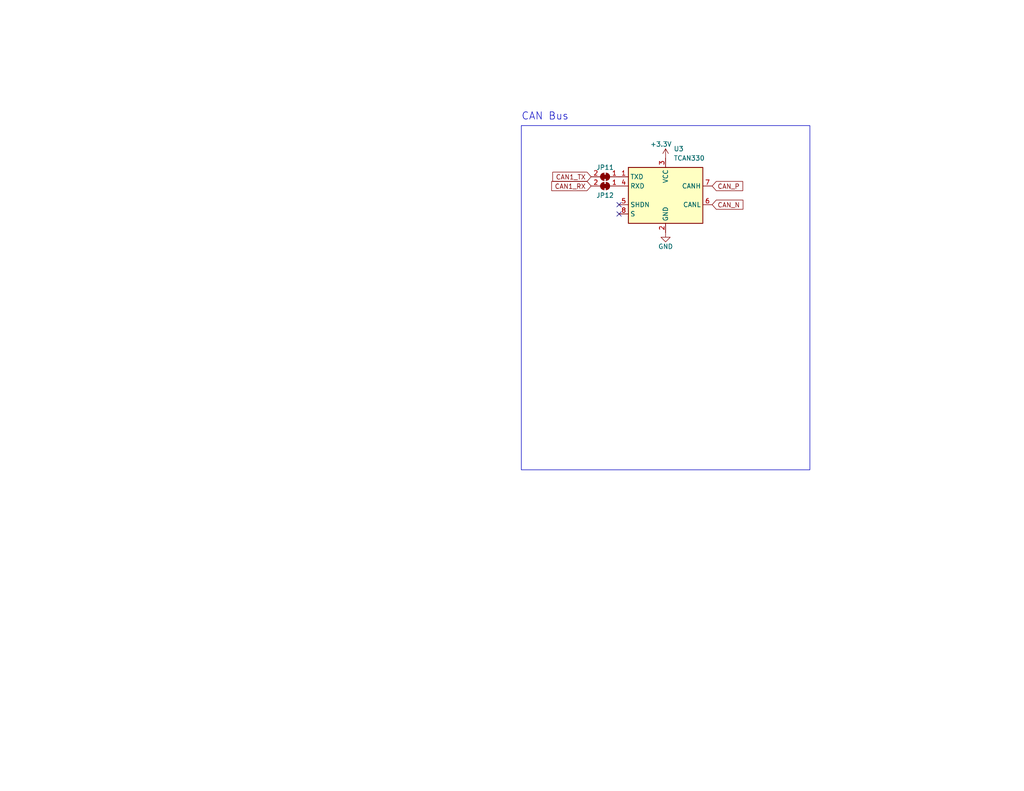
<source format=kicad_sch>
(kicad_sch (version 20230121) (generator eeschema)
  (paper "USLetter")
  (lib_symbols
    (symbol "Interface_CAN_LIN:TCAN330"
      (property "Reference" "U" (at -10.16 8.89 0))
      (property "Value" "TCAN330" (at 2.54 8.89 0))
      (symbol "TCAN330_0_1"
        (rectangle (start -10.16 7.62) (end 10.16 -7.62) (stroke (width 0.254)) (fill (type background)))
      )
      (symbol "TCAN330_1_1"
        (pin input line (at -12.7 5.08 0) (length 2.54) (name "TXD") (number "1"))
        (pin power_in line (at 0 -10.16 90) (length 2.54) (name "GND") (number "2"))
        (pin power_in line (at 0 10.16 270) (length 2.54) (name "VCC") (number "3"))
        (pin tri_state line (at -12.7 2.54 0) (length 2.54) (name "RXD") (number "4"))
        (pin input line (at -12.7 -2.54 0) (length 2.54) (name "SHDN") (number "5"))
        (pin bidirectional line (at 12.7 -2.54 180) (length 2.54) (name "CANL") (number "6"))
        (pin bidirectional line (at 12.7 2.54 180) (length 2.54) (name "CANH") (number "7"))
        (pin input line (at -12.7 -5.08 0) (length 2.54) (name "S") (number "8"))
      )
    )
    (symbol "Jumper:SolderJumper_2_Bridged" (pin_names (offset 0) hide)
      (property "Reference" "JP" (at 0 2.032 0))
      (property "Value" "SolderJumper_2_Bridged" (at 0 -2.54 0))
      (symbol "SolderJumper_2_Bridged_0_1"
        (rectangle (start -0.508 0.508) (end 0.508 -0.508) (fill (type outline)))
        (arc (start -0.254 1.016) (mid -1.2656 0) (end -0.254 -1.016))
        (arc (start -0.254 1.016) (mid -1.2656 0) (end -0.254 -1.016) (fill (type outline)))
        (polyline (pts (xy -0.254 1.016) (xy -0.254 -1.016)))
        (polyline (pts (xy 0.254 1.016) (xy 0.254 -1.016)))
        (arc (start 0.254 -1.016) (mid 1.2656 0) (end 0.254 1.016))
        (arc (start 0.254 -1.016) (mid 1.2656 0) (end 0.254 1.016) (fill (type outline)))
      )
      (symbol "SolderJumper_2_Bridged_1_1"
        (pin passive line (at -3.81 0 0) (length 2.54) (name "A") (number "1"))
        (pin passive line (at 3.81 0 180) (length 2.54) (name "B") (number "2"))
      )
    )
    (symbol "power:+3.3V" (power) (pin_names (offset 0))
      (property "Value" "+3.3V" (at 0 3.556 0))
      (symbol "+3.3V_0_1"
        (polyline (pts (xy -0.762 1.27) (xy 0 2.54)))
        (polyline (pts (xy 0 0) (xy 0 2.54)))
        (polyline (pts (xy 0 2.54) (xy 0.762 1.27)))
      )
      (symbol "+3.3V_1_1"
        (pin power_in line (at 0 0 90) (length 0) hide (name "+3.3V") (number "1"))
      )
    )
    (symbol "power:GND" (power) (pin_names (offset 0))
      (property "Value" "GND" (at 0 -3.81 0))
      (symbol "GND_0_1"
        (polyline (pts (xy 0 0) (xy 0 -1.27) (xy 1.27 -1.27) (xy 0 -2.54) (xy -1.27 -1.27) (xy 0 -1.27)))
      )
      (symbol "GND_1_1"
        (pin power_in line (at 0 0 270) (length 0) hide (name "GND") (number "1"))
      )
    )
  )
  (no_connect (at 168.91 55.88))
  (no_connect (at 168.91 58.42))
  (rectangle (start 142.24 34.29) (end 220.98 128.27))
  (text "CAN Bus" (at 142.24 33.02 0) (effects (font (size 2 2)) (justify left bottom)))
  (global_label "CAN_P" (shape input) (at 194.31 50.8 0) (property "Intersheetrefs" "${INTERSHEET_REFS}" (effects hide)))
  (global_label "CAN1_RX" (shape input) (at 161.29 50.8 180) (property "Intersheetrefs" "${INTERSHEET_REFS}" (effects hide)))
  (global_label "CAN1_TX" (shape input) (at 161.29 48.26 180) (property "Intersheetrefs" "${INTERSHEET_REFS}" (effects hide)))
  (global_label "CAN_N" (shape input) (at 194.31 55.88 0) (property "Intersheetrefs" "${INTERSHEET_REFS}" (effects hide)))
  (symbol (lib_id "power:+3.3V") (at 181.61 43.18 0) (unit 1)
    (property "Reference" "#PWR063" (effects hide))
    (property "Value" "+3.3V" (at 180.34 39.37 0))
  )
  (symbol (lib_id "power:GND") (at 181.61 63.5 0) (unit 1)
    (property "Reference" "#PWR064" (effects hide))
    (property "Value" "GND" (at 181.61 67.31 0))
  )
  (symbol (lib_id "Interface_CAN_LIN:TCAN330") (at 181.61 53.34 0) (unit 1)
    (property "Reference" "U3" (at 183.8041 40.64 0) (effects (justify left)))
    (property "Value" "TCAN330" (at 183.8041 43.18 0) (effects (justify left)))
    (property "Footprint" "Package_TO_SOT_SMD:SOT-23-8" (effects hide))
    (property "Datasheet" "http://www.ti.com/lit/ds/symlink/tcan337.pdf" (effects hide))
    (property "Alternate" "TCAN332" (effects hide))
    (property "Manufacturer" "Texas Instruments" (effects hide))
    (property "Manufacturer Part Number" "TCAN330DCNR" (effects hide))
    (property "Active" "Y" (effects hide))
    (property "MPN" "C2877587" (effects hide))
  )
  (symbol (lib_id "Jumper:SolderJumper_2_Bridged") (at 165.1 48.26 180) (unit 1)
    (property "Reference" "JP11" (at 165.1 45.72 0))
    (property "Value" "SolderJumper_2_Bridged" (effects hide))
    (property "Footprint" "Jumper:SolderJumper-2_P1.3mm_Bridged_RoundedPad1.0x1.5mm" (effects hide))
  )
  (symbol (lib_id "Jumper:SolderJumper_2_Bridged") (at 165.1 50.8 180) (unit 1)
    (property "Reference" "JP12" (at 165.1 53.34 0))
    (property "Value" "SolderJumper_2_Bridged" (effects hide))
    (property "Footprint" "Jumper:SolderJumper-2_P1.3mm_Bridged_RoundedPad1.0x1.5mm" (effects hide))
  )
)
</source>
